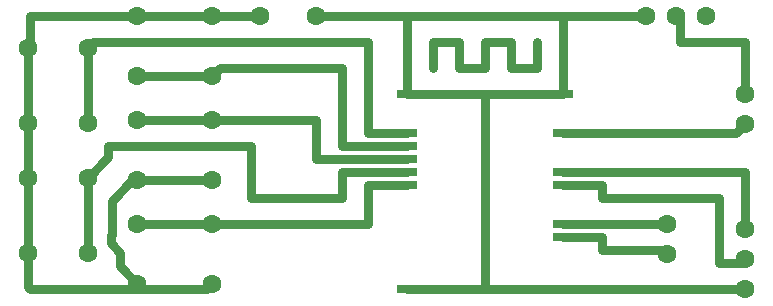
<source format=gbr>
%FSLAX34Y34*%
%MOMM*%
%LNSILK_TOP*%
G71*
G01*
%ADD10R, 1.70X0.80*%
%ADD11C, 0.80*%
%ADD12C, 1.60*%
%LPD*%
X319000Y132000D02*
G54D10*
D03*
X319000Y121000D02*
G54D10*
D03*
X319000Y110000D02*
G54D10*
D03*
X319000Y165000D02*
G54D10*
D03*
G54D11*
X319000Y165000D02*
X319000Y231000D01*
X451000Y231000D01*
X451000Y165000D01*
G54D11*
X451000Y0D02*
X319000Y0D01*
G54D11*
X385000Y0D02*
X385000Y165000D01*
X319000Y165000D01*
G54D11*
X363000Y165000D02*
X451000Y165000D01*
G54D11*
X451000Y55000D02*
X517000Y55000D01*
G54D11*
X451000Y99000D02*
X517000Y99000D01*
G54D11*
X451000Y88000D02*
X484000Y88000D01*
X484000Y77000D01*
X517000Y77000D01*
G54D11*
X451000Y231000D02*
X521200Y231000D01*
X605000Y165000D02*
G54D12*
D03*
X605000Y139600D02*
G54D12*
D03*
X539000Y55000D02*
G54D12*
D03*
X539000Y29600D02*
G54D12*
D03*
X605000Y0D02*
G54D12*
D03*
X605000Y25400D02*
G54D12*
D03*
X605000Y0D02*
G54D12*
D03*
X605000Y25400D02*
G54D12*
D03*
X605000Y50800D02*
G54D12*
D03*
G54D11*
X451000Y44000D02*
X484000Y44000D01*
X484000Y33000D01*
X535600Y33000D01*
X539000Y29600D01*
G54D11*
X517000Y55000D02*
X539000Y55000D01*
G54D11*
X451000Y0D02*
X605000Y0D01*
G54D11*
X517000Y99000D02*
X605000Y99000D01*
X605000Y50800D01*
X154000Y55000D02*
G54D12*
D03*
X154000Y4200D02*
G54D12*
D03*
X90500Y4200D02*
G54D12*
D03*
X90500Y55000D02*
G54D12*
D03*
G54D11*
X319000Y132000D02*
X308000Y132000D01*
G54D11*
X319000Y121000D02*
X308000Y121000D01*
G54D11*
X319000Y110000D02*
X308000Y110000D01*
G54D11*
X319000Y99000D02*
X308000Y99000D01*
G54D11*
X319000Y88000D02*
X308000Y88000D01*
X154000Y231000D02*
G54D12*
D03*
X154000Y180200D02*
G54D12*
D03*
X90500Y180200D02*
G54D12*
D03*
X90500Y231000D02*
G54D12*
D03*
X154000Y143000D02*
G54D12*
D03*
X154000Y92200D02*
G54D12*
D03*
X90500Y92200D02*
G54D12*
D03*
X90500Y143000D02*
G54D12*
D03*
X48650Y140850D02*
G54D12*
D03*
X-2150Y140850D02*
G54D12*
D03*
X-2150Y204350D02*
G54D12*
D03*
X48650Y204350D02*
G54D12*
D03*
X48650Y30850D02*
G54D12*
D03*
X-2150Y30850D02*
G54D12*
D03*
X-2150Y94350D02*
G54D12*
D03*
X48650Y94350D02*
G54D12*
D03*
X521200Y231000D02*
G54D12*
D03*
X546600Y231000D02*
G54D12*
D03*
X521200Y231000D02*
G54D12*
D03*
X546600Y231000D02*
G54D12*
D03*
X572000Y231000D02*
G54D12*
D03*
G54D11*
X605000Y209000D02*
X550000Y209000D01*
X550000Y227600D01*
X546600Y231000D01*
G54D11*
X194600Y231000D02*
X0Y231000D01*
X0Y206500D01*
X-2150Y204350D01*
X-2150Y30850D01*
X-2150Y2150D01*
X0Y0D01*
X143000Y0D01*
G54D11*
X187000Y209000D02*
X53300Y209000D01*
X48650Y204350D01*
G54D11*
X198000Y187000D02*
X160800Y187000D01*
X154000Y180200D01*
G54D11*
X48650Y140850D02*
X48650Y204350D01*
G54D11*
X48650Y30850D02*
X48650Y94350D01*
G54D11*
X176000Y121000D02*
X66000Y121000D01*
X66000Y111700D01*
X48650Y94350D01*
G54D11*
X187000Y143000D02*
X154000Y143000D01*
G54D11*
X154000Y143000D02*
X90500Y143000D01*
G54D11*
X154000Y180200D02*
X90500Y180200D01*
G54D11*
X154000Y92200D02*
X90500Y92200D01*
G54D11*
X90500Y92200D02*
X86350Y92200D01*
X69050Y74900D01*
X69050Y46325D01*
X68256Y45531D01*
X68256Y38784D01*
X76194Y30847D01*
X76194Y19734D01*
X90500Y4200D01*
G54D11*
X132000Y0D02*
X149800Y0D01*
X154000Y4200D01*
G54D11*
X90500Y55000D02*
X154000Y55000D01*
G54D11*
X187000Y209000D02*
X286000Y209000D01*
X286000Y132000D01*
X308000Y132000D01*
G54D11*
X308000Y121000D02*
X264000Y121000D01*
X264000Y187000D01*
X198000Y187000D01*
G54D11*
X308000Y110000D02*
X242000Y110000D01*
X242000Y143000D01*
X187000Y143000D01*
G54D11*
X308000Y99000D02*
X264000Y99000D01*
X264000Y77000D01*
X187000Y77000D01*
X187000Y121000D01*
X165000Y121000D01*
G54D11*
X308000Y88000D02*
X286000Y88000D01*
X286000Y55000D01*
X154000Y55000D01*
X319000Y0D02*
G54D10*
D03*
X319000Y99000D02*
G54D10*
D03*
X319000Y88000D02*
G54D10*
D03*
G54D11*
X242000Y231000D02*
X330000Y231000D01*
X451000Y165000D02*
G54D10*
D03*
X451000Y99000D02*
G54D10*
D03*
X451000Y88000D02*
G54D10*
D03*
X451000Y55000D02*
G54D10*
D03*
X451000Y44000D02*
G54D10*
D03*
X451000Y0D02*
G54D10*
D03*
X194600Y231000D02*
G54D12*
D03*
X242000Y231000D02*
G54D12*
D03*
X451000Y132000D02*
G54D10*
D03*
G54D11*
X451000Y132000D02*
X561000Y132000D01*
G54D11*
X561000Y132000D02*
X597400Y132000D01*
X605000Y139600D01*
G54D11*
X605000Y209000D02*
X605000Y165000D01*
G54D11*
X517000Y77000D02*
X583000Y77000D01*
X583000Y22000D01*
X601600Y22000D01*
X605000Y25400D01*
G54D11*
X341000Y187000D02*
X341000Y209000D01*
X363000Y209000D01*
X363000Y187000D01*
X385000Y187000D01*
X385000Y209000D01*
X407000Y209000D01*
X407000Y187000D01*
X429000Y187000D01*
X429000Y209000D01*
M02*

</source>
